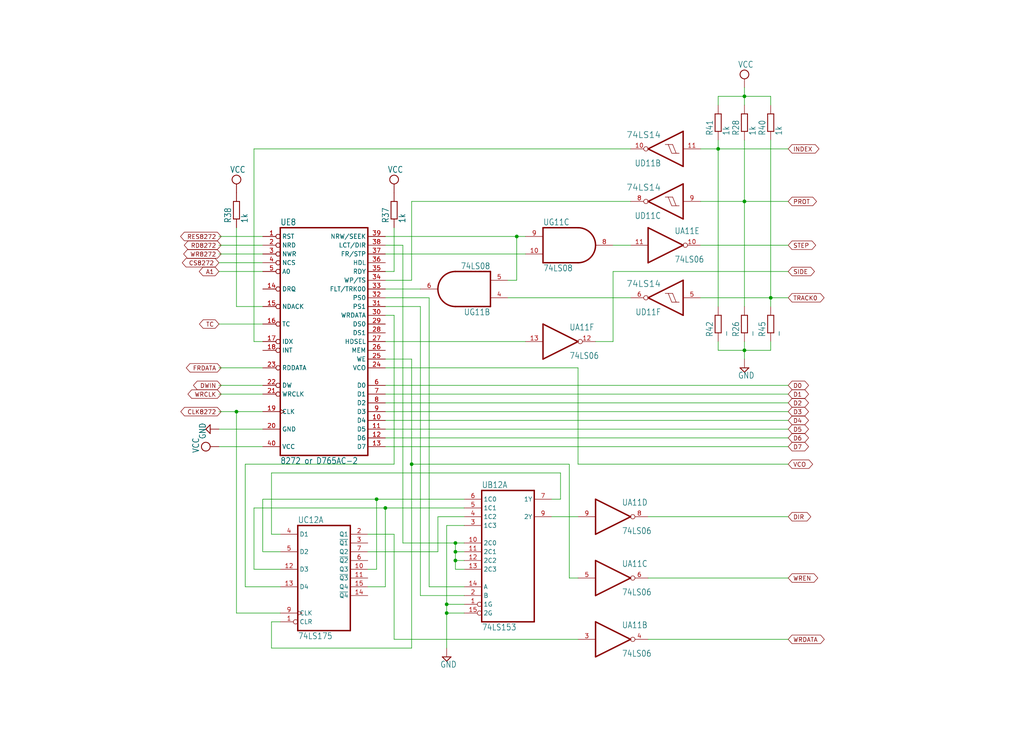
<source format=kicad_sch>
(kicad_sch (version 20230121) (generator eeschema)
  (paper "User" 297.002 215.24)
  (lib_symbols
    (symbol "HC2000:7406N"
      (property "Reference" "IC" (at -0.635 -0.635 0))
      (symbol "7406N_1_0"
        (polyline (pts (xy -5.08 -5.08) (xy -5.08 5.08)) (stroke (width 0.4064)))
        (polyline (pts (xy -5.08 5.08) (xy 5.08 0)) (stroke (width 0.4064)))
        (polyline (pts (xy 5.08 0) (xy -5.08 -5.08)) (stroke (width 0.4064)))
        (pin input line (at -10.16 0 0) (length 5.08) (name "I") (number "1"))
        (pin open_collector inverted (at 10.16 0 180) (length 5.08) (name "O") (number "2"))
      )
      (symbol "7406N_2_0"
        (polyline (pts (xy -5.08 -5.08) (xy -5.08 5.08)) (stroke (width 0.4064)))
        (polyline (pts (xy -5.08 5.08) (xy 5.08 0)) (stroke (width 0.4064)))
        (polyline (pts (xy 5.08 0) (xy -5.08 -5.08)) (stroke (width 0.4064)))
        (pin input line (at -10.16 0 0) (length 5.08) (name "I") (number "3"))
        (pin open_collector inverted (at 10.16 0 180) (length 5.08) (name "O") (number "4"))
      )
      (symbol "7406N_3_0"
        (polyline (pts (xy -5.08 -5.08) (xy -5.08 5.08)) (stroke (width 0.4064)))
        (polyline (pts (xy -5.08 5.08) (xy 5.08 0)) (stroke (width 0.4064)))
        (polyline (pts (xy 5.08 0) (xy -5.08 -5.08)) (stroke (width 0.4064)))
        (pin input line (at -10.16 0 0) (length 5.08) (name "I") (number "5"))
        (pin open_collector inverted (at 10.16 0 180) (length 5.08) (name "O") (number "6"))
      )
      (symbol "7406N_4_0"
        (polyline (pts (xy -5.08 -5.08) (xy -5.08 5.08)) (stroke (width 0.4064)))
        (polyline (pts (xy -5.08 5.08) (xy 5.08 0)) (stroke (width 0.4064)))
        (polyline (pts (xy 5.08 0) (xy -5.08 -5.08)) (stroke (width 0.4064)))
        (pin open_collector inverted (at 10.16 0 180) (length 5.08) (name "O") (number "8"))
        (pin input line (at -10.16 0 0) (length 5.08) (name "I") (number "9"))
      )
      (symbol "7406N_5_0"
        (polyline (pts (xy -5.08 -5.08) (xy -5.08 5.08)) (stroke (width 0.4064)))
        (polyline (pts (xy -5.08 5.08) (xy 5.08 0)) (stroke (width 0.4064)))
        (polyline (pts (xy 5.08 0) (xy -5.08 -5.08)) (stroke (width 0.4064)))
        (pin open_collector inverted (at 10.16 0 180) (length 5.08) (name "O") (number "10"))
        (pin input line (at -10.16 0 0) (length 5.08) (name "I") (number "11"))
      )
      (symbol "7406N_6_0"
        (polyline (pts (xy -5.08 -5.08) (xy -5.08 5.08)) (stroke (width 0.4064)))
        (polyline (pts (xy -5.08 5.08) (xy 5.08 0)) (stroke (width 0.4064)))
        (polyline (pts (xy 5.08 0) (xy -5.08 -5.08)) (stroke (width 0.4064)))
        (pin open_collector inverted (at 10.16 0 180) (length 5.08) (name "O") (number "12"))
        (pin input line (at -10.16 0 0) (length 5.08) (name "I") (number "13"))
      )
      (symbol "7406N_7_0"
        (text "GND" (at 1.905 -7.62 900) (effects (font (size 1.27 1.0795)) (justify left bottom)))
        (text "VCC" (at 1.905 5.08 900) (effects (font (size 1.27 1.0795)) (justify left bottom)))
        (pin power_in line (at 0 10.16 270) (length 7.62) (name "VCC") (number "14"))
        (pin power_in line (at 0 -10.16 90) (length 7.62) (name "GND") (number "7"))
      )
    )
    (symbol "HC2000:7408N"
      (property "Reference" "IC" (at -0.635 -0.635 0))
      (symbol "7408N_1_0"
        (polyline (pts (xy -7.62 -5.08) (xy 2.54 -5.08)) (stroke (width 0.4064)))
        (polyline (pts (xy -7.62 5.08) (xy -7.62 -5.08)) (stroke (width 0.4064)))
        (polyline (pts (xy 2.54 5.08) (xy -7.62 5.08)) (stroke (width 0.4064)))
        (arc (start 2.54 -5.08) (mid 7.6199 0) (end 2.54 5.08) (stroke (width 0.4064)))
        (pin input line (at -12.7 2.54 0) (length 5.08) (name "I0") (number "1"))
        (pin input line (at -12.7 -2.54 0) (length 5.08) (name "I1") (number "2"))
        (pin output line (at 12.7 0 180) (length 5.08) (name "O") (number "3"))
      )
      (symbol "7408N_2_0"
        (polyline (pts (xy -7.62 -5.08) (xy 2.54 -5.08)) (stroke (width 0.4064)))
        (polyline (pts (xy -7.62 5.08) (xy -7.62 -5.08)) (stroke (width 0.4064)))
        (polyline (pts (xy 2.54 5.08) (xy -7.62 5.08)) (stroke (width 0.4064)))
        (arc (start 2.54 -5.08) (mid 7.6199 0) (end 2.54 5.08) (stroke (width 0.4064)))
        (pin input line (at -12.7 2.54 0) (length 5.08) (name "I0") (number "4"))
        (pin input line (at -12.7 -2.54 0) (length 5.08) (name "I1") (number "5"))
        (pin output line (at 12.7 0 180) (length 5.08) (name "O") (number "6"))
      )
      (symbol "7408N_3_0"
        (polyline (pts (xy -7.62 -5.08) (xy 2.54 -5.08)) (stroke (width 0.4064)))
        (polyline (pts (xy -7.62 5.08) (xy -7.62 -5.08)) (stroke (width 0.4064)))
        (polyline (pts (xy 2.54 5.08) (xy -7.62 5.08)) (stroke (width 0.4064)))
        (arc (start 2.54 -5.08) (mid 7.6199 0) (end 2.54 5.08) (stroke (width 0.4064)))
        (pin input line (at -12.7 -2.54 0) (length 5.08) (name "I1") (number "10"))
        (pin output line (at 12.7 0 180) (length 5.08) (name "O") (number "8"))
        (pin input line (at -12.7 2.54 0) (length 5.08) (name "I0") (number "9"))
      )
      (symbol "7408N_4_0"
        (polyline (pts (xy -7.62 -5.08) (xy 2.54 -5.08)) (stroke (width 0.4064)))
        (polyline (pts (xy -7.62 5.08) (xy -7.62 -5.08)) (stroke (width 0.4064)))
        (polyline (pts (xy 2.54 5.08) (xy -7.62 5.08)) (stroke (width 0.4064)))
        (arc (start 2.54 -5.08) (mid 7.6199 0) (end 2.54 5.08) (stroke (width 0.4064)))
        (pin output line (at 12.7 0 180) (length 5.08) (name "O") (number "11"))
        (pin input line (at -12.7 2.54 0) (length 5.08) (name "I0") (number "12"))
        (pin input line (at -12.7 -2.54 0) (length 5.08) (name "I1") (number "13"))
      )
      (symbol "7408N_5_0"
        (text "GND" (at 1.905 -7.62 900) (effects (font (size 1.27 1.0795)) (justify left bottom)))
        (text "VCC" (at 1.905 5.08 900) (effects (font (size 1.27 1.0795)) (justify left bottom)))
        (pin power_in line (at 0 10.16 270) (length 7.62) (name "VCC") (number "14"))
        (pin power_in line (at 0 -10.16 90) (length 7.62) (name "GND") (number "7"))
      )
    )
    (symbol "HC2000:7414N"
      (property "Reference" "IC" (at -0.635 -0.635 0))
      (symbol "7414N_1_0"
        (polyline (pts (xy -5.08 -5.08) (xy -5.08 5.08)) (stroke (width 0.4064)))
        (polyline (pts (xy -5.08 5.08) (xy 5.08 0)) (stroke (width 0.4064)))
        (polyline (pts (xy -3.937 1.27) (xy -3.048 1.27)) (stroke (width 0.1524)))
        (polyline (pts (xy -3.048 1.27) (xy -1.778 1.27)) (stroke (width 0.1524)))
        (polyline (pts (xy -2.032 -1.27) (xy -3.048 1.27)) (stroke (width 0.1524)))
        (polyline (pts (xy -2.032 -1.27) (xy -0.762 -1.27)) (stroke (width 0.1524)))
        (polyline (pts (xy -0.762 -1.27) (xy -1.778 1.27)) (stroke (width 0.1524)))
        (polyline (pts (xy -0.762 -1.27) (xy 0.127 -1.27)) (stroke (width 0.1524)))
        (polyline (pts (xy 5.08 0) (xy -5.08 -5.08)) (stroke (width 0.4064)))
        (pin output inverted (at 10.16 0 180) (length 5.08) (name "O") (number "12"))
        (pin input line (at -10.16 0 0) (length 5.08) (name "I") (number "13"))
      )
      (symbol "7414N_2_0"
        (polyline (pts (xy -5.08 -5.08) (xy -5.08 5.08)) (stroke (width 0.4064)))
        (polyline (pts (xy -5.08 5.08) (xy 5.08 0)) (stroke (width 0.4064)))
        (polyline (pts (xy -3.937 1.27) (xy -3.048 1.27)) (stroke (width 0.1524)))
        (polyline (pts (xy -3.048 1.27) (xy -1.778 1.27)) (stroke (width 0.1524)))
        (polyline (pts (xy -2.032 -1.27) (xy -3.048 1.27)) (stroke (width 0.1524)))
        (polyline (pts (xy -2.032 -1.27) (xy -0.762 -1.27)) (stroke (width 0.1524)))
        (polyline (pts (xy -0.762 -1.27) (xy -1.778 1.27)) (stroke (width 0.1524)))
        (polyline (pts (xy -0.762 -1.27) (xy 0.127 -1.27)) (stroke (width 0.1524)))
        (polyline (pts (xy 5.08 0) (xy -5.08 -5.08)) (stroke (width 0.4064)))
        (pin output inverted (at 10.16 0 180) (length 5.08) (name "O") (number "10"))
        (pin input line (at -10.16 0 0) (length 5.08) (name "I") (number "11"))
      )
      (symbol "7414N_3_0"
        (polyline (pts (xy -5.08 -5.08) (xy -5.08 5.08)) (stroke (width 0.4064)))
        (polyline (pts (xy -5.08 5.08) (xy 5.08 0)) (stroke (width 0.4064)))
        (polyline (pts (xy -3.937 1.27) (xy -3.048 1.27)) (stroke (width 0.1524)))
        (polyline (pts (xy -3.048 1.27) (xy -1.778 1.27)) (stroke (width 0.1524)))
        (polyline (pts (xy -2.032 -1.27) (xy -3.048 1.27)) (stroke (width 0.1524)))
        (polyline (pts (xy -2.032 -1.27) (xy -0.762 -1.27)) (stroke (width 0.1524)))
        (polyline (pts (xy -0.762 -1.27) (xy -1.778 1.27)) (stroke (width 0.1524)))
        (polyline (pts (xy -0.762 -1.27) (xy 0.127 -1.27)) (stroke (width 0.1524)))
        (polyline (pts (xy 5.08 0) (xy -5.08 -5.08)) (stroke (width 0.4064)))
        (pin output inverted (at 10.16 0 180) (length 5.08) (name "O") (number "8"))
        (pin input line (at -10.16 0 0) (length 5.08) (name "I") (number "9"))
      )
      (symbol "7414N_4_0"
        (polyline (pts (xy -5.08 -5.08) (xy -5.08 5.08)) (stroke (width 0.4064)))
        (polyline (pts (xy -5.08 5.08) (xy 5.08 0)) (stroke (width 0.4064)))
        (polyline (pts (xy -3.937 1.27) (xy -3.048 1.27)) (stroke (width 0.1524)))
        (polyline (pts (xy -3.048 1.27) (xy -1.778 1.27)) (stroke (width 0.1524)))
        (polyline (pts (xy -2.032 -1.27) (xy -3.048 1.27)) (stroke (width 0.1524)))
        (polyline (pts (xy -2.032 -1.27) (xy -0.762 -1.27)) (stroke (width 0.1524)))
        (polyline (pts (xy -0.762 -1.27) (xy -1.778 1.27)) (stroke (width 0.1524)))
        (polyline (pts (xy -0.762 -1.27) (xy 0.127 -1.27)) (stroke (width 0.1524)))
        (polyline (pts (xy 5.08 0) (xy -5.08 -5.08)) (stroke (width 0.4064)))
        (pin input line (at -10.16 0 0) (length 5.08) (name "I") (number "1"))
        (pin output inverted (at 10.16 0 180) (length 5.08) (name "O") (number "2"))
      )
      (symbol "7414N_5_0"
        (polyline (pts (xy -5.08 -5.08) (xy -5.08 5.08)) (stroke (width 0.4064)))
        (polyline (pts (xy -5.08 5.08) (xy 5.08 0)) (stroke (width 0.4064)))
        (polyline (pts (xy -3.937 1.27) (xy -3.048 1.27)) (stroke (width 0.1524)))
        (polyline (pts (xy -3.048 1.27) (xy -1.778 1.27)) (stroke (width 0.1524)))
        (polyline (pts (xy -2.032 -1.27) (xy -3.048 1.27)) (stroke (width 0.1524)))
        (polyline (pts (xy -2.032 -1.27) (xy -0.762 -1.27)) (stroke (width 0.1524)))
        (polyline (pts (xy -0.762 -1.27) (xy -1.778 1.27)) (stroke (width 0.1524)))
        (polyline (pts (xy -0.762 -1.27) (xy 0.127 -1.27)) (stroke (width 0.1524)))
        (polyline (pts (xy 5.08 0) (xy -5.08 -5.08)) (stroke (width 0.4064)))
        (pin input line (at -10.16 0 0) (length 5.08) (name "I") (number "3"))
        (pin output inverted (at 10.16 0 180) (length 5.08) (name "O") (number "4"))
      )
      (symbol "7414N_6_0"
        (polyline (pts (xy -5.08 -5.08) (xy -5.08 5.08)) (stroke (width 0.4064)))
        (polyline (pts (xy -5.08 5.08) (xy 5.08 0)) (stroke (width 0.4064)))
        (polyline (pts (xy -3.937 1.27) (xy -3.048 1.27)) (stroke (width 0.1524)))
        (polyline (pts (xy -3.048 1.27) (xy -1.778 1.27)) (stroke (width 0.1524)))
        (polyline (pts (xy -2.032 -1.27) (xy -3.048 1.27)) (stroke (width 0.1524)))
        (polyline (pts (xy -2.032 -1.27) (xy -0.762 -1.27)) (stroke (width 0.1524)))
        (polyline (pts (xy -0.762 -1.27) (xy -1.778 1.27)) (stroke (width 0.1524)))
        (polyline (pts (xy -0.762 -1.27) (xy 0.127 -1.27)) (stroke (width 0.1524)))
        (polyline (pts (xy 5.08 0) (xy -5.08 -5.08)) (stroke (width 0.4064)))
        (pin input line (at -10.16 0 0) (length 5.08) (name "I") (number "5"))
        (pin output inverted (at 10.16 0 180) (length 5.08) (name "O") (number "6"))
      )
      (symbol "7414N_7_0"
        (text "GND" (at 1.905 -7.62 900) (effects (font (size 1.27 1.0795)) (justify left bottom)))
        (text "VCC" (at 1.905 5.08 900) (effects (font (size 1.27 1.0795)) (justify left bottom)))
        (pin power_in line (at 0 10.16 270) (length 7.62) (name "VCC") (number "14"))
        (pin power_in line (at 0 -10.16 90) (length 7.62) (name "GND") (number "7"))
      )
    )
    (symbol "HC2000:74153N"
      (property "Reference" "IC" (at -0.635 -0.635 0))
      (symbol "74153N_1_0"
        (polyline (pts (xy -7.62 -20.32) (xy 7.62 -20.32)) (stroke (width 0.4064)))
        (polyline (pts (xy -7.62 17.78) (xy -7.62 -20.32)) (stroke (width 0.4064)))
        (polyline (pts (xy 7.62 -20.32) (xy 7.62 17.78)) (stroke (width 0.4064)))
        (polyline (pts (xy 7.62 17.78) (xy -7.62 17.78)) (stroke (width 0.4064)))
        (pin input inverted (at -12.7 -15.24 0) (length 5.08) (name "1G") (number "1"))
        (pin input line (at -12.7 2.54 0) (length 5.08) (name "2C0") (number "10"))
        (pin input line (at -12.7 0 0) (length 5.08) (name "2C1") (number "11"))
        (pin input line (at -12.7 -2.54 0) (length 5.08) (name "2C2") (number "12"))
        (pin input line (at -12.7 -5.08 0) (length 5.08) (name "2C3") (number "13"))
        (pin input line (at -12.7 -10.16 0) (length 5.08) (name "A") (number "14"))
        (pin input inverted (at -12.7 -17.78 0) (length 5.08) (name "2G") (number "15"))
        (pin input line (at -12.7 -12.7 0) (length 5.08) (name "B") (number "2"))
        (pin input line (at -12.7 7.62 0) (length 5.08) (name "1C3") (number "3"))
        (pin input line (at -12.7 10.16 0) (length 5.08) (name "1C2") (number "4"))
        (pin input line (at -12.7 12.7 0) (length 5.08) (name "1C1") (number "5"))
        (pin input line (at -12.7 15.24 0) (length 5.08) (name "1C0") (number "6"))
        (pin output line (at 12.7 15.24 180) (length 5.08) (name "1Y") (number "7"))
        (pin output line (at 12.7 10.16 180) (length 5.08) (name "2Y") (number "9"))
      )
      (symbol "74153N_2_0"
        (text "GND" (at 1.905 -7.62 900) (effects (font (size 1.27 1.0795)) (justify left bottom)))
        (text "VCC" (at 1.905 5.08 900) (effects (font (size 1.27 1.0795)) (justify left bottom)))
        (pin power_in line (at 0 10.16 270) (length 7.62) (name "VCC") (number "16"))
        (pin power_in line (at 0 -10.16 90) (length 7.62) (name "GND") (number "8"))
      )
    )
    (symbol "HC2000:74175N"
      (property "Reference" "IC" (at -0.635 -0.635 0))
      (symbol "74175N_1_0"
        (polyline (pts (xy -7.62 -15.24) (xy 7.62 -15.24)) (stroke (width 0.4064)))
        (polyline (pts (xy -7.62 15.24) (xy -7.62 -15.24)) (stroke (width 0.4064)))
        (polyline (pts (xy 7.62 -15.24) (xy 7.62 15.24)) (stroke (width 0.4064)))
        (polyline (pts (xy 7.62 15.24) (xy -7.62 15.24)) (stroke (width 0.4064)))
        (pin input inverted (at -12.7 -12.7 0) (length 5.08) (name "CLR") (number "1"))
        (pin output line (at 12.7 2.54 180) (length 5.08) (name "Q3") (number "10"))
        (pin output line (at 12.7 0 180) (length 5.08) (name "~{Q3}") (number "11"))
        (pin input line (at -12.7 2.54 0) (length 5.08) (name "D3") (number "12"))
        (pin input line (at -12.7 -2.54 0) (length 5.08) (name "D4") (number "13"))
        (pin output line (at 12.7 -5.08 180) (length 5.08) (name "~{Q4}") (number "14"))
        (pin output line (at 12.7 -2.54 180) (length 5.08) (name "Q4") (number "15"))
        (pin output line (at 12.7 12.7 180) (length 5.08) (name "Q1") (number "2"))
        (pin output line (at 12.7 10.16 180) (length 5.08) (name "~{Q1}") (number "3"))
        (pin input line (at -12.7 12.7 0) (length 5.08) (name "D1") (number "4"))
        (pin input line (at -12.7 7.62 0) (length 5.08) (name "D2") (number "5"))
        (pin output line (at 12.7 5.08 180) (length 5.08) (name "~{Q2}") (number "6"))
        (pin output line (at 12.7 7.62 180) (length 5.08) (name "Q2") (number "7"))
        (pin input clock (at -12.7 -10.16 0) (length 5.08) (name "CLK") (number "9"))
      )
      (symbol "74175N_2_0"
        (text "GND" (at 1.905 -7.62 900) (effects (font (size 1.27 1.0795)) (justify left bottom)))
        (text "VCC" (at 1.905 5.08 900) (effects (font (size 1.27 1.0795)) (justify left bottom)))
        (pin power_in line (at 0 10.16 270) (length 7.62) (name "VCC") (number "16"))
        (pin power_in line (at 0 -10.16 90) (length 7.62) (name "GND") (number "8"))
      )
    )
    (symbol "HC2000:8272"
      (property "Reference" "IC" (at -12.7 31.115 0))
      (property "Value" "8272" (at -12.7 -38.1 0))
      (symbol "8272_1_0"
        (polyline (pts (xy -12.7 -35.56) (xy -12.7 30.48)) (stroke (width 0.4064)))
        (polyline (pts (xy -12.7 -35.56) (xy 12.7 -35.56)) (stroke (width 0.4064)))
        (polyline (pts (xy 12.7 30.48) (xy -12.7 30.48)) (stroke (width 0.4064)))
        (polyline (pts (xy 12.7 30.48) (xy 12.7 -35.56)) (stroke (width 0.4064)))
        (pin input inverted (at -17.78 27.94 0) (length 5.08) (name "RST") (number "1"))
        (pin bidirectional line (at 17.78 -25.4 180) (length 5.08) (name "D4") (number "10"))
        (pin bidirectional line (at 17.78 -27.94 180) (length 5.08) (name "D5") (number "11"))
        (pin bidirectional line (at 17.78 -30.48 180) (length 5.08) (name "D6") (number "12"))
        (pin bidirectional line (at 17.78 -33.02 180) (length 5.08) (name "D7") (number "13"))
        (pin input inverted (at -17.78 12.7 0) (length 5.08) (name "DRQ") (number "14"))
        (pin input inverted (at -17.78 7.62 0) (length 5.08) (name "NDACK") (number "15"))
        (pin input inverted (at -17.78 2.54 0) (length 5.08) (name "TC") (number "16"))
        (pin input inverted (at -17.78 -2.54 0) (length 5.08) (name "IDX") (number "17"))
        (pin input inverted (at -17.78 -5.08 0) (length 5.08) (name "INT") (number "18"))
        (pin input clock (at -17.78 -22.86 0) (length 5.08) (name "CLK") (number "19"))
        (pin input inverted (at -17.78 25.4 0) (length 5.08) (name "NRD") (number "2"))
        (pin power_in line (at -17.78 -27.94 0) (length 5.08) (name "GND") (number "20"))
        (pin input inverted (at -17.78 -17.78 0) (length 5.08) (name "WRCLK") (number "21"))
        (pin input inverted (at -17.78 -15.24 0) (length 5.08) (name "DW") (number "22"))
        (pin input inverted (at -17.78 -10.16 0) (length 5.08) (name "RDDATA") (number "23"))
        (pin output line (at 17.78 -10.16 180) (length 5.08) (name "VCO") (number "24"))
        (pin output line (at 17.78 -7.62 180) (length 5.08) (name "WE") (number "25"))
        (pin output line (at 17.78 -5.08 180) (length 5.08) (name "MEM") (number "26"))
        (pin output line (at 17.78 -2.54 180) (length 5.08) (name "HDSEL") (number "27"))
        (pin output line (at 17.78 0 180) (length 5.08) (name "DS1") (number "28"))
        (pin output line (at 17.78 2.54 180) (length 5.08) (name "DS0") (number "29"))
        (pin input inverted (at -17.78 22.86 0) (length 5.08) (name "NWR") (number "3"))
        (pin output line (at 17.78 5.08 180) (length 5.08) (name "WRDATA") (number "30"))
        (pin output line (at 17.78 7.62 180) (length 5.08) (name "PS1") (number "31"))
        (pin output line (at 17.78 10.16 180) (length 5.08) (name "PS0") (number "32"))
        (pin input line (at 17.78 12.7 180) (length 5.08) (name "FLT/TRK00") (number "33"))
        (pin input line (at 17.78 15.24 180) (length 5.08) (name "WP/TS") (number "34"))
        (pin input line (at 17.78 17.78 180) (length 5.08) (name "RDY") (number "35"))
        (pin output line (at 17.78 20.32 180) (length 5.08) (name "HDL") (number "36"))
        (pin output line (at 17.78 22.86 180) (length 5.08) (name "FR/STP") (number "37"))
        (pin output line (at 17.78 25.4 180) (length 5.08) (name "LCT/DIR") (number "38"))
        (pin output line (at 17.78 27.94 180) (length 5.08) (name "NRW/SEEK") (number "39"))
        (pin input inverted (at -17.78 20.32 0) (length 5.08) (name "NCS") (number "4"))
        (pin power_in line (at -17.78 -33.02 0) (length 5.08) (name "VCC") (number "40"))
        (pin input inverted (at -17.78 17.78 0) (length 5.08) (name "A0") (number "5"))
        (pin bidirectional line (at 17.78 -15.24 180) (length 5.08) (name "D0") (number "6"))
        (pin bidirectional line (at 17.78 -17.78 180) (length 5.08) (name "D1") (number "7"))
        (pin bidirectional line (at 17.78 -20.32 180) (length 5.08) (name "D2") (number "8"))
        (pin bidirectional line (at 17.78 -22.86 180) (length 5.08) (name "D3") (number "9"))
      )
    )
    (symbol "HC2000:GND" (power)
      (property "Value" "GND" (at -1.905 -3.175 0))
      (symbol "GND_1_0"
        (polyline (pts (xy -1.27 0) (xy 1.27 0)) (stroke (width 0.254)))
        (polyline (pts (xy 0 -1.27) (xy -1.27 0)) (stroke (width 0.254)))
        (polyline (pts (xy 1.27 0) (xy 0 -1.27)) (stroke (width 0.254)))
        (pin power_in line (at 0 2.54 270) (length 2.54) (name "GND") (number "1"))
      )
    )
    (symbol "HC2000:R-EU_0204{slash}7"
      (property "Reference" "R" (at -3.81 1.4986 0))
      (property "Value" "R-EU_0204{slash}7" (at -3.81 -3.302 0))
      (symbol "R-EU_0204{slash}7_1_0"
        (polyline (pts (xy -2.54 -0.889) (xy -2.54 0.889)) (stroke (width 0.254)))
        (polyline (pts (xy -2.54 -0.889) (xy 2.54 -0.889)) (stroke (width 0.254)))
        (polyline (pts (xy 2.54 -0.889) (xy 2.54 0.889)) (stroke (width 0.254)))
        (polyline (pts (xy 2.54 0.889) (xy -2.54 0.889)) (stroke (width 0.254)))
        (pin passive line (at -5.08 0 0) (length 2.54) (name "1") (number "1"))
        (pin passive line (at 5.08 0 180) (length 2.54) (name "2") (number "2"))
      )
    )
    (symbol "HC2000:VCC" (power)
      (property "Value" "VCC" (at -1.905 3.175 0))
      (symbol "VCC_1_0"
        (circle (center 0 1.27) (radius 1.27) (stroke (width 0.254)))
        (pin power_in line (at 0 -2.54 90) (length 2.54) (name "VCC") (number "1"))
      )
    )
  )
  (junction (at 208.28 43.18))
  (junction (at 119.38 134.62))
  (junction (at 129.54 175.26))
  (junction (at 223.52 86.36))
  (junction (at 215.9 58.42))
  (junction (at 129.54 177.8))
  (junction (at 215.9 27.94))
  (junction (at 132.08 162.56))
  (junction (at 109.22 144.78))
  (junction (at 132.08 157.48))
  (junction (at 68.58 119.38))
  (junction (at 149.86 68.58))
  (junction (at 215.9 101.6))
  (junction (at 132.08 160.02))
  (junction (at 111.76 147.32))
  (wire (pts (xy 182.88 43.18) (xy 73.66 43.18)))
  (wire (pts (xy 106.68 170.18) (xy 111.76 170.18)))
  (wire (pts (xy 63.5 129.54) (xy 76.2 129.54)))
  (wire (pts (xy 167.64 149.86) (xy 160.02 149.86)))
  (wire (pts (xy 63.5 71.12) (xy 76.2 71.12)))
  (wire (pts (xy 111.76 111.76) (xy 228.6 111.76)))
  (wire (pts (xy 177.8 78.74) (xy 177.8 99.06)))
  (wire (pts (xy 81.28 180.34) (xy 78.74 180.34)))
  (wire (pts (xy 228.6 127) (xy 111.76 127)))
  (wire (pts (xy 116.84 157.48) (xy 132.08 157.48)))
  (wire (pts (xy 109.22 165.1) (xy 109.22 144.78)))
  (wire (pts (xy 134.62 165.1) (xy 132.08 165.1)))
  (wire (pts (xy 111.76 81.28) (xy 119.38 81.28)))
  (wire (pts (xy 114.3 134.62) (xy 114.3 91.44)))
  (wire (pts (xy 127 160.02) (xy 106.68 160.02)))
  (wire (pts (xy 228.6 114.3) (xy 111.76 114.3)))
  (wire (pts (xy 134.62 172.72) (xy 121.92 172.72)))
  (wire (pts (xy 228.6 86.36) (xy 223.52 86.36)))
  (wire (pts (xy 223.52 99.06) (xy 223.52 101.6)))
  (wire (pts (xy 114.3 185.42) (xy 167.64 185.42)))
  (wire (pts (xy 223.52 86.36) (xy 223.52 88.9)))
  (wire (pts (xy 203.2 86.36) (xy 223.52 86.36)))
  (wire (pts (xy 111.76 106.68) (xy 167.64 106.68)))
  (wire (pts (xy 63.5 68.58) (xy 76.2 68.58)))
  (wire (pts (xy 76.2 160.02) (xy 76.2 144.78)))
  (wire (pts (xy 106.68 154.94) (xy 114.3 154.94)))
  (wire (pts (xy 132.08 165.1) (xy 132.08 162.56)))
  (wire (pts (xy 208.28 30.48) (xy 208.28 27.94)))
  (wire (pts (xy 63.5 106.68) (xy 76.2 106.68)))
  (wire (pts (xy 73.66 43.18) (xy 73.66 99.06)))
  (wire (pts (xy 73.66 99.06) (xy 76.2 99.06)))
  (wire (pts (xy 129.54 187.96) (xy 129.54 177.8)))
  (wire (pts (xy 177.8 99.06) (xy 172.72 99.06)))
  (wire (pts (xy 162.56 144.78) (xy 160.02 144.78)))
  (wire (pts (xy 182.88 86.36) (xy 147.32 86.36)))
  (wire (pts (xy 78.74 187.96) (xy 119.38 187.96)))
  (wire (pts (xy 129.54 152.4) (xy 129.54 175.26)))
  (wire (pts (xy 73.66 147.32) (xy 111.76 147.32)))
  (wire (pts (xy 208.28 40.64) (xy 208.28 43.18)))
  (wire (pts (xy 203.2 43.18) (xy 208.28 43.18)))
  (wire (pts (xy 81.28 165.1) (xy 73.66 165.1)))
  (wire (pts (xy 111.76 71.12) (xy 116.84 71.12)))
  (wire (pts (xy 63.5 124.46) (xy 76.2 124.46)))
  (wire (pts (xy 71.12 134.62) (xy 114.3 134.62)))
  (wire (pts (xy 119.38 134.62) (xy 119.38 104.14)))
  (wire (pts (xy 132.08 157.48) (xy 132.08 160.02)))
  (wire (pts (xy 63.5 119.38) (xy 68.58 119.38)))
  (wire (pts (xy 114.3 78.74) (xy 111.76 78.74)))
  (wire (pts (xy 68.58 88.9) (xy 68.58 66.04)))
  (wire (pts (xy 111.76 170.18) (xy 111.76 147.32)))
  (wire (pts (xy 119.38 187.96) (xy 119.38 134.62)))
  (wire (pts (xy 124.46 170.18) (xy 124.46 86.36)))
  (wire (pts (xy 228.6 167.64) (xy 187.96 167.64)))
  (wire (pts (xy 134.62 149.86) (xy 127 149.86)))
  (wire (pts (xy 228.6 119.38) (xy 111.76 119.38)))
  (wire (pts (xy 208.28 99.06) (xy 208.28 101.6)))
  (wire (pts (xy 81.28 154.94) (xy 78.74 154.94)))
  (wire (pts (xy 228.6 43.18) (xy 208.28 43.18)))
  (wire (pts (xy 63.5 78.74) (xy 76.2 78.74)))
  (wire (pts (xy 134.62 157.48) (xy 132.08 157.48)))
  (wire (pts (xy 134.62 170.18) (xy 124.46 170.18)))
  (wire (pts (xy 228.6 149.86) (xy 187.96 149.86)))
  (wire (pts (xy 208.28 43.18) (xy 208.28 88.9)))
  (wire (pts (xy 223.52 40.64) (xy 223.52 86.36)))
  (wire (pts (xy 215.9 27.94) (xy 223.52 27.94)))
  (wire (pts (xy 134.62 152.4) (xy 129.54 152.4)))
  (wire (pts (xy 114.3 91.44) (xy 111.76 91.44)))
  (wire (pts (xy 223.52 101.6) (xy 215.9 101.6)))
  (wire (pts (xy 208.28 101.6) (xy 215.9 101.6)))
  (wire (pts (xy 203.2 58.42) (xy 215.9 58.42)))
  (wire (pts (xy 109.22 144.78) (xy 134.62 144.78)))
  (wire (pts (xy 132.08 162.56) (xy 132.08 160.02)))
  (wire (pts (xy 134.62 177.8) (xy 129.54 177.8)))
  (wire (pts (xy 68.58 119.38) (xy 76.2 119.38)))
  (wire (pts (xy 182.88 71.12) (xy 177.8 71.12)))
  (wire (pts (xy 228.6 58.42) (xy 215.9 58.42)))
  (wire (pts (xy 78.74 137.16) (xy 162.56 137.16)))
  (wire (pts (xy 167.64 106.68) (xy 167.64 134.62)))
  (wire (pts (xy 208.28 27.94) (xy 215.9 27.94)))
  (wire (pts (xy 215.9 58.42) (xy 215.9 88.9)))
  (wire (pts (xy 76.2 144.78) (xy 109.22 144.78)))
  (wire (pts (xy 119.38 104.14) (xy 111.76 104.14)))
  (wire (pts (xy 132.08 160.02) (xy 134.62 160.02)))
  (wire (pts (xy 63.5 111.76) (xy 76.2 111.76)))
  (wire (pts (xy 165.1 134.62) (xy 119.38 134.62)))
  (wire (pts (xy 111.76 147.32) (xy 134.62 147.32)))
  (wire (pts (xy 114.3 66.04) (xy 114.3 78.74)))
  (wire (pts (xy 111.76 99.06) (xy 152.4 99.06)))
  (wire (pts (xy 215.9 104.14) (xy 215.9 101.6)))
  (wire (pts (xy 162.56 137.16) (xy 162.56 144.78)))
  (wire (pts (xy 215.9 101.6) (xy 215.9 99.06)))
  (wire (pts (xy 119.38 58.42) (xy 182.88 58.42)))
  (wire (pts (xy 68.58 177.8) (xy 68.58 119.38)))
  (wire (pts (xy 228.6 124.46) (xy 111.76 124.46)))
  (wire (pts (xy 152.4 68.58) (xy 149.86 68.58)))
  (wire (pts (xy 223.52 27.94) (xy 223.52 30.48)))
  (wire (pts (xy 63.5 114.3) (xy 76.2 114.3)))
  (wire (pts (xy 167.64 167.64) (xy 165.1 167.64)))
  (wire (pts (xy 119.38 81.28) (xy 119.38 58.42)))
  (wire (pts (xy 228.6 185.42) (xy 187.96 185.42)))
  (wire (pts (xy 63.5 73.66) (xy 76.2 73.66)))
  (wire (pts (xy 116.84 71.12) (xy 116.84 157.48)))
  (wire (pts (xy 71.12 170.18) (xy 71.12 134.62)))
  (wire (pts (xy 129.54 175.26) (xy 134.62 175.26)))
  (wire (pts (xy 73.66 165.1) (xy 73.66 147.32)))
  (wire (pts (xy 228.6 121.92) (xy 111.76 121.92)))
  (wire (pts (xy 129.54 177.8) (xy 129.54 175.26)))
  (wire (pts (xy 121.92 88.9) (xy 111.76 88.9)))
  (wire (pts (xy 228.6 129.54) (xy 111.76 129.54)))
  (wire (pts (xy 149.86 81.28) (xy 149.86 68.58)))
  (wire (pts (xy 228.6 116.84) (xy 111.76 116.84)))
  (wire (pts (xy 78.74 154.94) (xy 78.74 137.16)))
  (wire (pts (xy 81.28 160.02) (xy 76.2 160.02)))
  (wire (pts (xy 215.9 27.94) (xy 215.9 30.48)))
  (wire (pts (xy 152.4 73.66) (xy 111.76 73.66)))
  (wire (pts (xy 215.9 25.4) (xy 215.9 27.94)))
  (wire (pts (xy 78.74 180.34) (xy 78.74 187.96)))
  (wire (pts (xy 167.64 134.62) (xy 228.6 134.62)))
  (wire (pts (xy 63.5 76.2) (xy 76.2 76.2)))
  (wire (pts (xy 147.32 81.28) (xy 149.86 81.28)))
  (wire (pts (xy 106.68 165.1) (xy 109.22 165.1)))
  (wire (pts (xy 165.1 167.64) (xy 165.1 134.62)))
  (wire (pts (xy 124.46 86.36) (xy 111.76 86.36)))
  (wire (pts (xy 114.3 154.94) (xy 114.3 185.42)))
  (wire (pts (xy 134.62 162.56) (xy 132.08 162.56)))
  (wire (pts (xy 127 149.86) (xy 127 160.02)))
  (wire (pts (xy 63.5 93.98) (xy 76.2 93.98)))
  (wire (pts (xy 81.28 177.8) (xy 68.58 177.8)))
  (wire (pts (xy 228.6 78.74) (xy 177.8 78.74)))
  (wire (pts (xy 215.9 40.64) (xy 215.9 58.42)))
  (wire (pts (xy 76.2 88.9) (xy 68.58 88.9)))
  (wire (pts (xy 81.28 170.18) (xy 71.12 170.18)))
  (wire (pts (xy 121.92 83.82) (xy 111.76 83.82)))
  (wire (pts (xy 149.86 68.58) (xy 111.76 68.58)))
  (wire (pts (xy 228.6 71.12) (xy 203.2 71.12)))
  (wire (pts (xy 121.92 172.72) (xy 121.92 88.9)))
  (global_label "VCO" (shape bidirectional) (at 228.6 134.62 0) (effects (font (size 1.2446 1.2446))) (property "Intersheetrefs" "${INTERSHEET_REFS}" (effects hide)))
  (global_label "TRACK0" (shape bidirectional) (at 228.6 86.36 0) (effects (font (size 1.2446 1.2446))) (property "Intersheetrefs" "${INTERSHEET_REFS}" (effects hide)))
  (global_label "D1" (shape bidirectional) (at 228.6 114.3 0) (effects (font (size 1.2446 1.2446))) (property "Intersheetrefs" "${INTERSHEET_REFS}" (effects hide)))
  (global_label "INDEX" (shape bidirectional) (at 228.6 43.18 0) (effects (font (size 1.2446 1.2446))) (property "Intersheetrefs" "${INTERSHEET_REFS}" (effects hide)))
  (global_label "WR8272" (shape bidirectional) (at 64.135 73.66 180) (effects (font (size 1.2446 1.2446))) (property "Intersheetrefs" "${INTERSHEET_REFS}" (effects hide)))
  (global_label "WRDATA" (shape bidirectional) (at 228.6 185.42 0) (effects (font (size 1.2446 1.2446))) (property "Intersheetrefs" "${INTERSHEET_REFS}" (effects hide)))
  (global_label "D4" (shape bidirectional) (at 228.6 121.92 0) (effects (font (size 1.2446 1.2446))) (property "Intersheetrefs" "${INTERSHEET_REFS}" (effects hide)))
  (global_label "CS8272" (shape bidirectional) (at 63.5 76.2 180) (effects (font (size 1.2446 1.2446))) (property "Intersheetrefs" "${INTERSHEET_REFS}" (effects hide)))
  (global_label "D2" (shape bidirectional) (at 228.6 116.84 0) (effects (font (size 1.2446 1.2446))) (property "Intersheetrefs" "${INTERSHEET_REFS}" (effects hide)))
  (global_label "DIR" (shape bidirectional) (at 228.6 149.86 0) (effects (font (size 1.2446 1.2446))) (property "Intersheetrefs" "${INTERSHEET_REFS}" (effects hide)))
  (global_label "FRDATA" (shape bidirectional) (at 64.135 106.68 180) (effects (font (size 1.2446 1.2446))) (property "Intersheetrefs" "${INTERSHEET_REFS}" (effects hide)))
  (global_label "SIDE" (shape bidirectional) (at 228.6 78.74 0) (effects (font (size 1.2446 1.2446))) (property "Intersheetrefs" "${INTERSHEET_REFS}" (effects hide)))
  (global_label "STEP" (shape bidirectional) (at 228.6 71.12 0) (effects (font (size 1.2446 1.2446))) (property "Intersheetrefs" "${INTERSHEET_REFS}" (effects hide)))
  (global_label "PROT" (shape bidirectional) (at 228.6 58.42 0) (effects (font (size 1.2446 1.2446))) (property "Intersheetrefs" "${INTERSHEET_REFS}" (effects hide)))
  (global_label "TC" (shape bidirectional) (at 63.5 93.98 180) (effects (font (size 1.2446 1.2446))) (property "Intersheetrefs" "${INTERSHEET_REFS}" (effects hide)))
  (global_label "D7" (shape bidirectional) (at 228.6 129.54 0) (effects (font (size 1.2446 1.2446))) (property "Intersheetrefs" "${INTERSHEET_REFS}" (effects hide)))
  (global_label "D3" (shape bidirectional) (at 228.6 119.38 0) (effects (font (size 1.2446 1.2446))) (property "Intersheetrefs" "${INTERSHEET_REFS}" (effects hide)))
  (global_label "D6" (shape bidirectional) (at 228.6 127 0) (effects (font (size 1.2446 1.2446))) (property "Intersheetrefs" "${INTERSHEET_REFS}" (effects hide)))
  (global_label "WRCLK" (shape bidirectional) (at 64.135 114.3 180) (effects (font (size 1.2446 1.2446))) (property "Intersheetrefs" "${INTERSHEET_REFS}" (effects hide)))
  (global_label "DWIN" (shape bidirectional) (at 64.135 111.76 180) (effects (font (size 1.2446 1.2446))) (property "Intersheetrefs" "${INTERSHEET_REFS}" (effects hide)))
  (global_label "RD8272" (shape bidirectional) (at 64.135 71.12 180) (effects (font (size 1.2446 1.2446))) (property "Intersheetrefs" "${INTERSHEET_REFS}" (effects hide)))
  (global_label "D0" (shape bidirectional) (at 228.6 111.76 0) (effects (font (size 1.2446 1.2446))) (property "Intersheetrefs" "${INTERSHEET_REFS}" (effects hide)))
  (global_label "WREN" (shape bidirectional) (at 228.6 167.64 0) (effects (font (size 1.2446 1.2446))) (property "Intersheetrefs" "${INTERSHEET_REFS}" (effects hide)))
  (global_label "CLK8272" (shape bidirectional) (at 64.135 119.38 180) (effects (font (size 1.2446 1.2446))) (property "Intersheetrefs" "${INTERSHEET_REFS}" (effects hide)))
  (global_label "RES8272" (shape bidirectional) (at 64.135 68.58 180) (effects (font (size 1.2446 1.2446))) (property "Intersheetrefs" "${INTERSHEET_REFS}" (effects hide)))
  (global_label "A1" (shape bidirectional) (at 63.5 78.74 180) (effects (font (size 1.2446 1.2446))) (property "Intersheetrefs" "${INTERSHEET_REFS}" (effects hide)))
  (global_label "D5" (shape bidirectional) (at 228.6 124.46 0) (effects (font (size 1.2446 1.2446))) (property "Intersheetrefs" "${INTERSHEET_REFS}" (effects hide)))
  (symbol (lib_id "HC2000:R-EU_0204{slash}7") (at 68.58 60.96 90) (unit 1)
    (property "Reference" "R38" (at 67.0814 64.77 0) (effects (font (size 1.778 1.5113)) (justify left bottom)))
    (property "Value" "1k" (at 71.882 64.77 0) (effects (font (size 1.778 1.5113)) (justify left bottom)))
    (property "Footprint" "HC2000:0204_7" (effects hide))
  )
  (symbol (lib_id "HC2000:R-EU_0204{slash}7") (at 215.9 35.56 90) (unit 1)
    (property "Reference" "R28" (at 214.4014 39.37 0) (effects (font (size 1.778 1.5113)) (justify left bottom)))
    (property "Value" "1k" (at 219.202 39.37 0) (effects (font (size 1.778 1.5113)) (justify left bottom)))
    (property "Footprint" "HC2000:0204_7" (effects hide))
  )
  (symbol (lib_id "HC2000:VCC") (at 60.96 129.54 90) (unit 1)
    (property "Reference" "#SUPPLY067" (effects hide))
    (property "Value" "VCC" (at 57.785 131.445 0) (effects (font (size 1.778 1.5113)) (justify left bottom)))
    (property "Footprint" "HC2000:" (effects hide))
  )
  (symbol (lib_id "HC2000:VCC") (at 114.3 53.34 0) (unit 1)
    (property "Reference" "#SUPPLY065" (effects hide))
    (property "Value" "VCC" (at 112.395 50.165 0) (effects (font (size 1.778 1.5113)) (justify left bottom)))
    (property "Footprint" "HC2000:" (effects hide))
  )
  (symbol (lib_id "HC2000:GND") (at 215.9 106.68 0) (unit 1)
    (property "Reference" "#SUPPLY071" (effects hide))
    (property "Value" "GND" (at 213.995 109.855 0) (effects (font (size 1.778 1.5113)) (justify left bottom)))
    (property "Footprint" "HC2000:" (effects hide))
  )
  (symbol (lib_id "HC2000:8272") (at 93.98 96.52 0) (unit 1)
    (property "Reference" "UE8" (at 81.28 65.405 0) (effects (font (size 1.778 1.5113)) (justify left bottom)))
    (property "Value" "8272 or D765AC-2" (at 81.28 134.62 0) (effects (font (size 1.778 1.5113)) (justify left bottom)))
    (property "Footprint" "HC2000:DIL40" (effects hide))
  )
  (symbol (lib_id "HC2000:7406N") (at 193.04 71.12 0) (unit 5)
    (property "Reference" "UA11" (at 195.58 67.945 0) (effects (font (size 1.778 1.5113)) (justify left bottom)))
    (property "Value" "74LS06" (at 195.58 76.2 0) (effects (font (size 1.778 1.5113)) (justify left bottom)))
    (property "Footprint" "HC2000:DIL14" (effects hide))
  )
  (symbol (lib_id "HC2000:7414N") (at 193.04 58.42 180) (unit 3)
    (property "Reference" "UD11" (at 191.77 61.595 0) (effects (font (size 1.778 1.5113)) (justify left bottom)))
    (property "Value" "74LS14" (at 191.77 53.34 0) (effects (font (size 1.778 1.778)) (justify left bottom)))
    (property "Footprint" "HC2000:DIL14" (effects hide))
  )
  (symbol (lib_id "HC2000:R-EU_0204{slash}7") (at 223.52 35.56 90) (unit 1)
    (property "Reference" "R40" (at 222.0214 39.37 0) (effects (font (size 1.778 1.5113)) (justify left bottom)))
    (property "Value" "1k" (at 226.822 39.37 0) (effects (font (size 1.778 1.5113)) (justify left bottom)))
    (property "Footprint" "HC2000:0204_7" (effects hide))
  )
  (symbol (lib_id "HC2000:R-EU_0204{slash}7") (at 208.28 93.98 90) (unit 1)
    (property "Reference" "R42" (at 206.7814 97.79 0) (effects (font (size 1.778 1.5113)) (justify left bottom)))
    (property "Value" "-" (at 211.582 97.79 0) (effects (font (size 1.778 1.5113)) (justify left bottom)))
    (property "Footprint" "HC2000:0204_7" (effects hide))
  )
  (symbol (lib_id "HC2000:7408N") (at 165.1 71.12 0) (unit 3)
    (property "Reference" "UG11" (at 157.48 65.405 0) (effects (font (size 1.778 1.5113)) (justify left bottom)))
    (property "Value" "74LS08" (at 157.48 78.74 0) (effects (font (size 1.778 1.5113)) (justify left bottom)))
    (property "Footprint" "HC2000:DIL14" (effects hide))
  )
  (symbol (lib_id "HC2000:R-EU_0204{slash}7") (at 114.3 60.96 90) (unit 1)
    (property "Reference" "R37" (at 112.8014 64.77 0) (effects (font (size 1.778 1.5113)) (justify left bottom)))
    (property "Value" "1k" (at 117.602 64.77 0) (effects (font (size 1.778 1.5113)) (justify left bottom)))
    (property "Footprint" "HC2000:0204_7" (effects hide))
  )
  (symbol (lib_id "HC2000:R-EU_0204{slash}7") (at 215.9 93.98 90) (unit 1)
    (property "Reference" "R26" (at 214.4014 97.79 0) (effects (font (size 1.778 1.5113)) (justify left bottom)))
    (property "Value" "-" (at 219.202 97.79 0) (effects (font (size 1.778 1.5113)) (justify left bottom)))
    (property "Footprint" "HC2000:0204_7" (effects hide))
  )
  (symbol (lib_id "HC2000:R-EU_0204{slash}7") (at 223.52 93.98 90) (unit 1)
    (property "Reference" "R45" (at 222.0214 97.79 0) (effects (font (size 1.778 1.5113)) (justify left bottom)))
    (property "Value" "-" (at 226.822 97.79 0) (effects (font (size 1.778 1.5113)) (justify left bottom)))
    (property "Footprint" "HC2000:0204_7" (effects hide))
  )
  (symbol (lib_id "HC2000:GND") (at 60.96 124.46 270) (unit 1)
    (property "Reference" "#SUPPLY068" (effects hide))
    (property "Value" "GND" (at 57.785 122.555 0) (effects (font (size 1.778 1.5113)) (justify left bottom)))
    (property "Footprint" "HC2000:" (effects hide))
  )
  (symbol (lib_id "HC2000:R-EU_0204{slash}7") (at 208.28 35.56 90) (unit 1)
    (property "Reference" "R41" (at 206.7814 39.37 0) (effects (font (size 1.778 1.5113)) (justify left bottom)))
    (property "Value" "1k" (at 211.582 39.37 0) (effects (font (size 1.778 1.5113)) (justify left bottom)))
    (property "Footprint" "HC2000:0204_7" (effects hide))
  )
  (symbol (lib_id "HC2000:7406N") (at 177.8 149.86 0) (unit 4)
    (property "Reference" "UA11" (at 180.34 146.685 0) (effects (font (size 1.778 1.5113)) (justify left bottom)))
    (property "Value" "74LS06" (at 180.34 154.94 0) (effects (font (size 1.778 1.5113)) (justify left bottom)))
    (property "Footprint" "HC2000:DIL14" (effects hide))
  )
  (symbol (lib_id "HC2000:GND") (at 129.54 190.5 0) (unit 1)
    (property "Reference" "#SUPPLY069" (effects hide))
    (property "Value" "GND" (at 127.635 193.675 0) (effects (font (size 1.778 1.5113)) (justify left bottom)))
    (property "Footprint" "HC2000:" (effects hide))
  )
  (symbol (lib_id "HC2000:7406N") (at 162.56 99.06 0) (unit 6)
    (property "Reference" "UA11" (at 165.1 95.885 0) (effects (font (size 1.778 1.5113)) (justify left bottom)))
    (property "Value" "74LS06" (at 165.1 104.14 0) (effects (font (size 1.778 1.5113)) (justify left bottom)))
    (property "Footprint" "HC2000:DIL14" (effects hide))
  )
  (symbol (lib_id "HC2000:7414N") (at 193.04 86.36 180) (unit 6)
    (property "Reference" "UD11" (at 191.77 89.535 0) (effects (font (size 1.778 1.5113)) (justify left bottom)))
    (property "Value" "74LS14" (at 191.77 81.28 0) (effects (font (size 1.778 1.778)) (justify left bottom)))
    (property "Footprint" "HC2000:DIL14" (effects hide))
  )
  (symbol (lib_id "HC2000:74175N") (at 93.98 167.64 0) (unit 1)
    (property "Reference" "UC12" (at 86.36 151.765 0) (effects (font (size 1.778 1.5113)) (justify left bottom)))
    (property "Value" "74LS175" (at 86.36 185.42 0) (effects (font (size 1.778 1.5113)) (justify left bottom)))
    (property "Footprint" "HC2000:DIL16" (effects hide))
  )
  (symbol (lib_id "HC2000:7414N") (at 193.04 43.18 180) (unit 2)
    (property "Reference" "UD11" (at 191.77 46.355 0) (effects (font (size 1.778 1.5113)) (justify left bottom)))
    (property "Value" "74LS14" (at 191.77 38.1 0) (effects (font (size 1.778 1.778)) (justify left bottom)))
    (property "Footprint" "HC2000:DIL14" (effects hide))
  )
  (symbol (lib_id "HC2000:7406N") (at 177.8 185.42 0) (unit 2)
    (property "Reference" "UA11" (at 180.34 182.245 0) (effects (font (size 1.778 1.5113)) (justify left bottom)))
    (property "Value" "74LS06" (at 180.34 190.5 0) (effects (font (size 1.778 1.5113)) (justify left bottom)))
    (property "Footprint" "HC2000:DIL14" (effects hide))
  )
  (symbol (lib_id "HC2000:7408N") (at 134.62 83.82 180) (unit 2)
    (property "Reference" "UG11" (at 142.24 89.535 0) (effects (font (size 1.778 1.5113)) (justify left bottom)))
    (property "Value" "74LS08" (at 142.24 76.2 0) (effects (font (size 1.778 1.5113)) (justify left bottom)))
    (property "Footprint" "HC2000:DIL14" (effects hide))
  )
  (symbol (lib_id "HC2000:7406N") (at 177.8 167.64 0) (unit 3)
    (property "Reference" "UA11" (at 180.34 164.465 0) (effects (font (size 1.778 1.5113)) (justify left bottom)))
    (property "Value" "74LS06" (at 180.34 172.72 0) (effects (font (size 1.778 1.5113)) (justify left bottom)))
    (property "Footprint" "HC2000:DIL14" (effects hide))
  )
  (symbol (lib_id "HC2000:74153N") (at 147.32 160.02 0) (unit 1)
    (property "Reference" "UB12" (at 139.7 141.605 0) (effects (font (size 1.778 1.5113)) (justify left bottom)))
    (property "Value" "74LS153" (at 139.7 182.88 0) (effects (font (size 1.778 1.5113)) (justify left bottom)))
    (property "Footprint" "HC2000:DIL16" (effects hide))
  )
  (symbol (lib_id "HC2000:VCC") (at 68.58 53.34 0) (unit 1)
    (property "Reference" "#SUPPLY066" (effects hide))
    (property "Value" "VCC" (at 66.675 50.165 0) (effects (font (size 1.778 1.5113)) (justify left bottom)))
    (property "Footprint" "HC2000:" (effects hide))
  )
  (symbol (lib_id "HC2000:VCC") (at 215.9 22.86 0) (unit 1)
    (property "Reference" "#SUPPLY070" (effects hide))
    (property "Value" "VCC" (at 213.995 19.685 0) (effects (font (size 1.778 1.5113)) (justify left bottom)))
    (property "Footprint" "HC2000:" (effects hide))
  )
)
</source>
